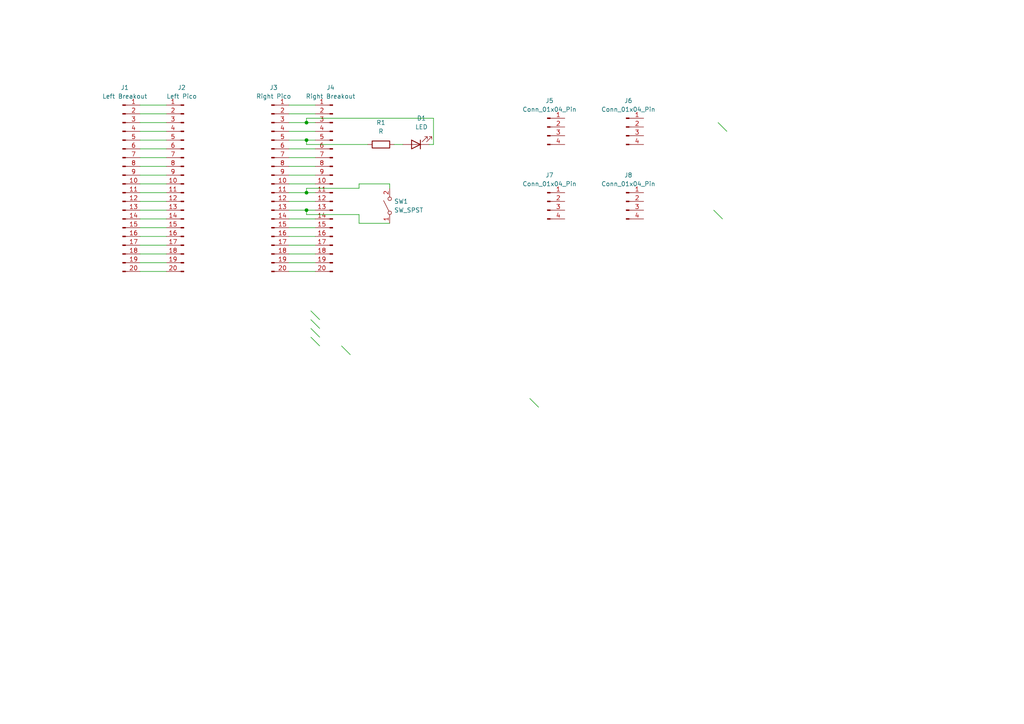
<source format=kicad_sch>
(kicad_sch (version 20250114) (generator "eeschema") (generator_version "9.0")
  (paper "A4")
  (title_block (date "2025-10-03") (rev "0.1"))
  (lib_symbols
    (symbol "Connector:Conn_01x04_Pin" (pin_names (offset 1.016) (hide yes))
      (property "Reference" "J" (at 0 5.08 0))
      (property "Value" "Conn_01x04_Pin" (at 0 -7.62 0))
      (symbol "Conn_01x04_Pin_1_1"
        (rectangle (start 0.8636 2.667) (end 0 2.413) (stroke (width 0.1524)) (fill (type outline)))
        (rectangle (start 0.8636 0.127) (end 0 -0.127) (stroke (width 0.1524)) (fill (type outline)))
        (rectangle (start 0.8636 -2.413) (end 0 -2.667) (stroke (width 0.1524)) (fill (type outline)))
        (rectangle (start 0.8636 -4.953) (end 0 -5.207) (stroke (width 0.1524)) (fill (type outline)))
        (polyline (pts (xy 1.27 2.54) (xy 0.8636 2.54)) (stroke (width 0.1524)))
        (polyline (pts (xy 1.27 0) (xy 0.8636 0)) (stroke (width 0.1524)))
        (polyline (pts (xy 1.27 -2.54) (xy 0.8636 -2.54)) (stroke (width 0.1524)))
        (polyline (pts (xy 1.27 -5.08) (xy 0.8636 -5.08)) (stroke (width 0.1524)))
        (pin passive line (at 5.08 2.54 180) (length 3.81) (name "Pin_1") (number "1"))
        (pin passive line (at 5.08 0 180) (length 3.81) (name "Pin_2") (number "2"))
        (pin passive line (at 5.08 -2.54 180) (length 3.81) (name "Pin_3") (number "3"))
        (pin passive line (at 5.08 -5.08 180) (length 3.81) (name "Pin_4") (number "4"))
      )
    )
    (symbol "Connector:Conn_01x20_Pin" (pin_names (offset 1.016) (hide yes))
      (property "Reference" "J" (at 0 25.4 0))
      (property "Value" "Conn_01x20_Pin" (at 0 -27.94 0))
      (symbol "Conn_01x20_Pin_1_1"
        (rectangle (start 0.8636 22.987) (end 0 22.733) (stroke (width 0.1524)) (fill (type outline)))
        (rectangle (start 0.8636 20.447) (end 0 20.193) (stroke (width 0.1524)) (fill (type outline)))
        (rectangle (start 0.8636 17.907) (end 0 17.653) (stroke (width 0.1524)) (fill (type outline)))
        (rectangle (start 0.8636 15.367) (end 0 15.113) (stroke (width 0.1524)) (fill (type outline)))
        (rectangle (start 0.8636 12.827) (end 0 12.573) (stroke (width 0.1524)) (fill (type outline)))
        (rectangle (start 0.8636 10.287) (end 0 10.033) (stroke (width 0.1524)) (fill (type outline)))
        (rectangle (start 0.8636 7.747) (end 0 7.493) (stroke (width 0.1524)) (fill (type outline)))
        (rectangle (start 0.8636 5.207) (end 0 4.953) (stroke (width 0.1524)) (fill (type outline)))
        (rectangle (start 0.8636 2.667) (end 0 2.413) (stroke (width 0.1524)) (fill (type outline)))
        (rectangle (start 0.8636 0.127) (end 0 -0.127) (stroke (width 0.1524)) (fill (type outline)))
        (rectangle (start 0.8636 -2.413) (end 0 -2.667) (stroke (width 0.1524)) (fill (type outline)))
        (rectangle (start 0.8636 -4.953) (end 0 -5.207) (stroke (width 0.1524)) (fill (type outline)))
        (rectangle (start 0.8636 -7.493) (end 0 -7.747) (stroke (width 0.1524)) (fill (type outline)))
        (rectangle (start 0.8636 -10.033) (end 0 -10.287) (stroke (width 0.1524)) (fill (type outline)))
        (rectangle (start 0.8636 -12.573) (end 0 -12.827) (stroke (width 0.1524)) (fill (type outline)))
        (rectangle (start 0.8636 -15.113) (end 0 -15.367) (stroke (width 0.1524)) (fill (type outline)))
        (rectangle (start 0.8636 -17.653) (end 0 -17.907) (stroke (width 0.1524)) (fill (type outline)))
        (rectangle (start 0.8636 -20.193) (end 0 -20.447) (stroke (width 0.1524)) (fill (type outline)))
        (rectangle (start 0.8636 -22.733) (end 0 -22.987) (stroke (width 0.1524)) (fill (type outline)))
        (rectangle (start 0.8636 -25.273) (end 0 -25.527) (stroke (width 0.1524)) (fill (type outline)))
        (polyline (pts (xy 1.27 22.86) (xy 0.8636 22.86)) (stroke (width 0.1524)))
        (polyline (pts (xy 1.27 20.32) (xy 0.8636 20.32)) (stroke (width 0.1524)))
        (polyline (pts (xy 1.27 17.78) (xy 0.8636 17.78)) (stroke (width 0.1524)))
        (polyline (pts (xy 1.27 15.24) (xy 0.8636 15.24)) (stroke (width 0.1524)))
        (polyline (pts (xy 1.27 12.7) (xy 0.8636 12.7)) (stroke (width 0.1524)))
        (polyline (pts (xy 1.27 10.16) (xy 0.8636 10.16)) (stroke (width 0.1524)))
        (polyline (pts (xy 1.27 7.62) (xy 0.8636 7.62)) (stroke (width 0.1524)))
        (polyline (pts (xy 1.27 5.08) (xy 0.8636 5.08)) (stroke (width 0.1524)))
        (polyline (pts (xy 1.27 2.54) (xy 0.8636 2.54)) (stroke (width 0.1524)))
        (polyline (pts (xy 1.27 0) (xy 0.8636 0)) (stroke (width 0.1524)))
        (polyline (pts (xy 1.27 -2.54) (xy 0.8636 -2.54)) (stroke (width 0.1524)))
        (polyline (pts (xy 1.27 -5.08) (xy 0.8636 -5.08)) (stroke (width 0.1524)))
        (polyline (pts (xy 1.27 -7.62) (xy 0.8636 -7.62)) (stroke (width 0.1524)))
        (polyline (pts (xy 1.27 -10.16) (xy 0.8636 -10.16)) (stroke (width 0.1524)))
        (polyline (pts (xy 1.27 -12.7) (xy 0.8636 -12.7)) (stroke (width 0.1524)))
        (polyline (pts (xy 1.27 -15.24) (xy 0.8636 -15.24)) (stroke (width 0.1524)))
        (polyline (pts (xy 1.27 -17.78) (xy 0.8636 -17.78)) (stroke (width 0.1524)))
        (polyline (pts (xy 1.27 -20.32) (xy 0.8636 -20.32)) (stroke (width 0.1524)))
        (polyline (pts (xy 1.27 -22.86) (xy 0.8636 -22.86)) (stroke (width 0.1524)))
        (polyline (pts (xy 1.27 -25.4) (xy 0.8636 -25.4)) (stroke (width 0.1524)))
        (pin passive line (at 5.08 22.86 180) (length 3.81) (name "Pin_1") (number "1"))
        (pin passive line (at 5.08 20.32 180) (length 3.81) (name "Pin_2") (number "2"))
        (pin passive line (at 5.08 17.78 180) (length 3.81) (name "Pin_3") (number "3"))
        (pin passive line (at 5.08 15.24 180) (length 3.81) (name "Pin_4") (number "4"))
        (pin passive line (at 5.08 12.7 180) (length 3.81) (name "Pin_5") (number "5"))
        (pin passive line (at 5.08 10.16 180) (length 3.81) (name "Pin_6") (number "6"))
        (pin passive line (at 5.08 7.62 180) (length 3.81) (name "Pin_7") (number "7"))
        (pin passive line (at 5.08 5.08 180) (length 3.81) (name "Pin_8") (number "8"))
        (pin passive line (at 5.08 2.54 180) (length 3.81) (name "Pin_9") (number "9"))
        (pin passive line (at 5.08 0 180) (length 3.81) (name "Pin_10") (number "10"))
        (pin passive line (at 5.08 -2.54 180) (length 3.81) (name "Pin_11") (number "11"))
        (pin passive line (at 5.08 -5.08 180) (length 3.81) (name "Pin_12") (number "12"))
        (pin passive line (at 5.08 -7.62 180) (length 3.81) (name "Pin_13") (number "13"))
        (pin passive line (at 5.08 -10.16 180) (length 3.81) (name "Pin_14") (number "14"))
        (pin passive line (at 5.08 -12.7 180) (length 3.81) (name "Pin_15") (number "15"))
        (pin passive line (at 5.08 -15.24 180) (length 3.81) (name "Pin_16") (number "16"))
        (pin passive line (at 5.08 -17.78 180) (length 3.81) (name "Pin_17") (number "17"))
        (pin passive line (at 5.08 -20.32 180) (length 3.81) (name "Pin_18") (number "18"))
        (pin passive line (at 5.08 -22.86 180) (length 3.81) (name "Pin_19") (number "19"))
        (pin passive line (at 5.08 -25.4 180) (length 3.81) (name "Pin_20") (number "20"))
      )
    )
    (symbol "Device:LED" (pin_numbers (hide yes)) (pin_names (offset 1.016) (hide yes))
      (property "Reference" "D" (at 0 2.54 0))
      (property "Value" "LED" (at 0 -2.54 0))
      (symbol "LED_0_1"
        (polyline (pts (xy -3.048 -0.762) (xy -4.572 -2.286) (xy -3.81 -2.286) (xy -4.572 -2.286) (xy -4.572 -1.524)))
        (polyline (pts (xy -1.778 -0.762) (xy -3.302 -2.286) (xy -2.54 -2.286) (xy -3.302 -2.286) (xy -3.302 -1.524)))
        (polyline (pts (xy -1.27 0) (xy 1.27 0)))
        (polyline (pts (xy -1.27 -1.27) (xy -1.27 1.27)) (stroke (width 0.254)))
        (polyline (pts (xy 1.27 -1.27) (xy 1.27 1.27) (xy -1.27 0) (xy 1.27 -1.27)) (stroke (width 0.254)))
      )
      (symbol "LED_1_1"
        (pin passive line (at -3.81 0 0) (length 2.54) (name "K") (number "1"))
        (pin passive line (at 3.81 0 180) (length 2.54) (name "A") (number "2"))
      )
    )
    (symbol "Device:R" (pin_numbers (hide yes)) (pin_names (offset 0))
      (property "Reference" "R" (at 2.032 0 90))
      (property "Value" "R" (at 0 0 90))
      (symbol "R_0_1"
        (rectangle (start -1.016 -2.54) (end 1.016 2.54) (stroke (width 0.254)))
      )
      (symbol "R_1_1"
        (pin passive line (at 0 3.81 270) (length 1.27) (name "~") (number "1"))
        (pin passive line (at 0 -3.81 90) (length 1.27) (name "~") (number "2"))
      )
    )
    (symbol "Switch:SW_SPST" (pin_names (offset 0) (hide yes))
      (property "Reference" "SW" (at 0 3.175 0))
      (property "Value" "SW_SPST" (at 0 -2.54 0))
      (symbol "SW_SPST_0_0"
        (circle (center -2.032 0) (radius 0.508))
        (polyline (pts (xy -1.524 0.254) (xy 1.524 1.778)))
        (circle (center 2.032 0) (radius 0.508))
      )
      (symbol "SW_SPST_1_1"
        (pin passive line (at -5.08 0 0) (length 2.54) (name "A") (number "1"))
        (pin passive line (at 5.08 0 180) (length 2.54) (name "B") (number "2"))
      )
    )
  )
  (junction (at 88.9 35.56))
  (junction (at 88.9 40.64))
  (junction (at 88.9 60.96))
  (junction (at 88.9 55.88))
  (bus_entry (at 207.01 60.96) (size 2.54 2.54))
  (bus_entry (at 90.17 92.71) (size 2.54 2.54))
  (bus_entry (at 90.17 95.25) (size 2.54 2.54))
  (bus_entry (at 153.67 115.57) (size 2.54 2.54))
  (bus_entry (at 99.06 100.33) (size 2.54 2.54))
  (bus_entry (at 90.17 97.79) (size 2.54 2.54))
  (bus_entry (at 90.17 90.17) (size 2.54 2.54))
  (bus_entry (at 208.28 35.56) (size 2.54 2.54))
  (wire (pts (xy 88.9 55.88) (xy 91.44 55.88)))
  (wire (pts (xy 40.64 60.96) (xy 48.26 60.96)))
  (wire (pts (xy 104.14 54.61) (xy 104.14 53.34)))
  (wire (pts (xy 83.82 73.66) (xy 91.44 73.66)))
  (wire (pts (xy 88.9 35.56) (xy 91.44 35.56)))
  (wire (pts (xy 83.82 30.48) (xy 91.44 30.48)))
  (wire (pts (xy 40.64 38.1) (xy 48.26 38.1)))
  (wire (pts (xy 83.82 48.26) (xy 91.44 48.26)))
  (wire (pts (xy 124.46 41.91) (xy 125.73 41.91)))
  (wire (pts (xy 83.82 35.56) (xy 88.9 35.56)))
  (wire (pts (xy 88.9 60.96) (xy 91.44 60.96)))
  (wire (pts (xy 88.9 40.64) (xy 91.44 40.64)))
  (wire (pts (xy 40.64 40.64) (xy 48.26 40.64)))
  (wire (pts (xy 83.82 45.72) (xy 91.44 45.72)))
  (wire (pts (xy 88.9 34.29) (xy 125.73 34.29)))
  (wire (pts (xy 83.82 33.02) (xy 91.44 33.02)))
  (wire (pts (xy 88.9 41.91) (xy 106.68 41.91)))
  (wire (pts (xy 88.9 62.23) (xy 88.9 60.96)))
  (wire (pts (xy 83.82 71.12) (xy 91.44 71.12)))
  (wire (pts (xy 40.64 43.18) (xy 48.26 43.18)))
  (wire (pts (xy 40.64 71.12) (xy 48.26 71.12)))
  (wire (pts (xy 104.14 64.77) (xy 113.03 64.77)))
  (wire (pts (xy 83.82 50.8) (xy 91.44 50.8)))
  (wire (pts (xy 104.14 64.77) (xy 104.14 62.23)))
  (wire (pts (xy 83.82 38.1) (xy 91.44 38.1)))
  (wire (pts (xy 40.64 53.34) (xy 48.26 53.34)))
  (wire (pts (xy 40.64 55.88) (xy 48.26 55.88)))
  (wire (pts (xy 83.82 68.58) (xy 91.44 68.58)))
  (wire (pts (xy 40.64 30.48) (xy 48.26 30.48)))
  (wire (pts (xy 83.82 58.42) (xy 91.44 58.42)))
  (wire (pts (xy 40.64 73.66) (xy 48.26 73.66)))
  (wire (pts (xy 83.82 60.96) (xy 88.9 60.96)))
  (wire (pts (xy 104.14 53.34) (xy 113.03 53.34)))
  (wire (pts (xy 83.82 63.5) (xy 91.44 63.5)))
  (wire (pts (xy 88.9 55.88) (xy 88.9 54.61)))
  (wire (pts (xy 40.64 76.2) (xy 48.26 76.2)))
  (wire (pts (xy 40.64 35.56) (xy 48.26 35.56)))
  (wire (pts (xy 83.82 78.74) (xy 91.44 78.74)))
  (wire (pts (xy 40.64 50.8) (xy 48.26 50.8)))
  (wire (pts (xy 40.64 78.74) (xy 48.26 78.74)))
  (wire (pts (xy 114.3 41.91) (xy 116.84 41.91)))
  (wire (pts (xy 40.64 63.5) (xy 48.26 63.5)))
  (wire (pts (xy 83.82 76.2) (xy 91.44 76.2)))
  (wire (pts (xy 113.03 53.34) (xy 113.03 54.61)))
  (wire (pts (xy 83.82 40.64) (xy 88.9 40.64)))
  (wire (pts (xy 83.82 53.34) (xy 91.44 53.34)))
  (wire (pts (xy 40.64 45.72) (xy 48.26 45.72)))
  (wire (pts (xy 40.64 68.58) (xy 48.26 68.58)))
  (wire (pts (xy 104.14 62.23) (xy 88.9 62.23)))
  (wire (pts (xy 40.64 33.02) (xy 48.26 33.02)))
  (wire (pts (xy 40.64 66.04) (xy 48.26 66.04)))
  (wire (pts (xy 40.64 58.42) (xy 48.26 58.42)))
  (wire (pts (xy 40.64 48.26) (xy 48.26 48.26)))
  (wire (pts (xy 83.82 66.04) (xy 91.44 66.04)))
  (wire (pts (xy 83.82 43.18) (xy 91.44 43.18)))
  (wire (pts (xy 125.73 34.29) (xy 125.73 41.91)))
  (wire (pts (xy 83.82 55.88) (xy 88.9 55.88)))
  (wire (pts (xy 88.9 40.64) (xy 88.9 41.91)))
  (wire (pts (xy 88.9 54.61) (xy 104.14 54.61)))
  (wire (pts (xy 88.9 35.56) (xy 88.9 34.29)))
  (symbol (lib_id "Connector:Conn_01x04_Pin") (at 181.61 58.42 0) (unit 1)
    (property "Reference" "J8" (at 182.245 50.8 0))
    (property "Value" "Conn_01x04_Pin" (at 182.245 53.34 0))
    (property "Footprint" "Connector_PinSocket_2.54mm:PinSocket_1x04_P2.54mm_Vertical" (effects (hide yes)))
    (property "Description" "Generic connector, single row, 01x04, script generated" (effects (hide yes)))
  )
  (symbol (lib_id "Device:R") (at 110.49 41.91 90) (unit 1)
    (property "Reference" "R1" (at 110.49 35.56 90))
    (property "Value" "R" (at 110.49 38.1 90))
    (property "Footprint" "Resistor_SMD:R_0805_2012Metric" (effects (hide yes)))
    (property "Description" "Resistor" (effects (hide yes)))
  )
  (symbol (lib_id "Connector:Conn_01x04_Pin") (at 158.75 58.42 0) (unit 1)
    (property "Reference" "J7" (at 159.385 50.8 0))
    (property "Value" "Conn_01x04_Pin" (at 159.385 53.34 0))
    (property "Footprint" "Connector_PinSocket_2.54mm:PinSocket_1x04_P2.54mm_Vertical" (effects (hide yes)))
    (property "Description" "Generic connector, single row, 01x04, script generated" (effects (hide yes)))
  )
  (symbol (lib_id "Connector:Conn_01x20_Pin") (at 35.56 53.34 0) (unit 1)
    (property "Reference" "J1" (at 36.195 25.4 0))
    (property "Value" "Left Breakout" (at 36.195 27.94 0))
    (property "Footprint" "Connector_PinSocket_2.54mm:PinSocket_1x20_P2.54mm_Vertical" (effects (hide yes)))
    (property "Description" "Generic connector, single row, 01x20, script generated" (effects (hide yes)))
  )
  (symbol (lib_id "Connector:Conn_01x04_Pin") (at 158.75 36.83 0) (unit 1)
    (property "Reference" "J5" (at 159.385 29.21 0))
    (property "Value" "Conn_01x04_Pin" (at 159.385 31.75 0))
    (property "Footprint" "Connector_PinSocket_2.54mm:PinSocket_1x04_P2.54mm_Vertical" (effects (hide yes)))
    (property "Description" "Generic connector, single row, 01x04, script generated" (effects (hide yes)))
  )
  (symbol (lib_id "Connector:Conn_01x04_Pin") (at 181.61 36.83 0) (unit 1)
    (property "Reference" "J6" (at 182.245 29.21 0))
    (property "Value" "Conn_01x04_Pin" (at 182.245 31.75 0))
    (property "Footprint" "Connector_PinSocket_2.54mm:PinSocket_1x04_P2.54mm_Vertical" (effects (hide yes)))
    (property "Description" "Generic connector, single row, 01x04, script generated" (effects (hide yes)))
  )
  (symbol (lib_id "Connector:Conn_01x20_Pin") (at 96.52 53.34 0) (mirror y) (unit 1)
    (property "Reference" "J4" (at 95.885 25.4 0))
    (property "Value" "Right Breakout" (at 95.885 27.94 0))
    (property "Footprint" "Connector_PinSocket_2.54mm:PinSocket_1x20_P2.54mm_Vertical" (effects (hide yes)))
    (property "Description" "Generic connector, single row, 01x20, script generated" (effects (hide yes)))
  )
  (symbol (lib_id "Device:LED") (at 120.65 41.91 180) (unit 1)
    (property "Reference" "D1" (at 122.2375 34.29 0))
    (property "Value" "LED" (at 122.2375 36.83 0))
    (property "Footprint" "LED_SMD:LED_0805_2012Metric" (effects (hide yes)))
    (property "Description" "Light emitting diode" (effects (hide yes)))
    (property "Sim.Pins" "1=K 2=A" (effects (hide yes)))
  )
  (symbol (lib_id "Connector:Conn_01x20_Pin") (at 78.74 53.34 0) (unit 1)
    (property "Reference" "J3" (at 79.375 25.4 0))
    (property "Value" "Right Pico" (at 79.375 27.94 0))
    (property "Footprint" "Connector_PinSocket_2.54mm:PinSocket_1x20_P2.54mm_Vertical" (effects (hide yes)))
    (property "Description" "Generic connector, single row, 01x20, script generated" (effects (hide yes)))
  )
  (symbol (lib_id "Connector:Conn_01x20_Pin") (at 53.34 53.34 0) (mirror y) (unit 1)
    (property "Reference" "J2" (at 52.705 25.4 0))
    (property "Value" "Left Pico" (at 52.705 27.94 0))
    (property "Footprint" "Connector_PinSocket_2.54mm:PinSocket_1x20_P2.54mm_Vertical" (effects (hide yes)))
    (property "Description" "Generic connector, single row, 01x20, script generated" (effects (hide yes)))
  )
  (symbol (lib_id "Switch:SW_SPST") (at 113.03 59.69 90) (unit 1)
    (property "Reference" "SW1" (at 114.3 58.4199 90) (effects (justify right)))
    (property "Value" "SW_SPST" (at 114.3 60.9599 90) (effects (justify right)))
    (property "Footprint" "Button_Switch_SMD:SW_SPST_B3SL-1002P" (effects (hide yes)))
    (property "Description" "Single Pole Single Throw (SPST) switch" (effects (hide yes)))
  )
)
</source>
